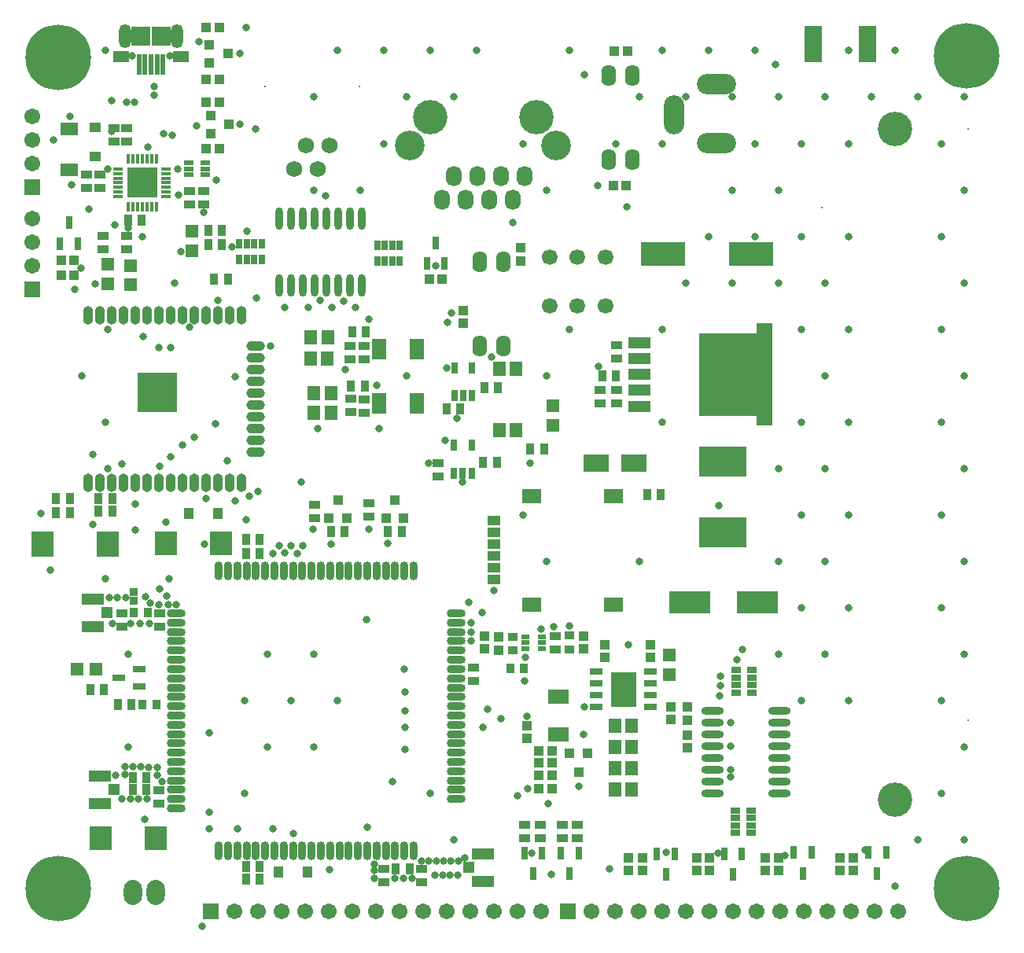
<source format=gts>
G04*
G04 #@! TF.GenerationSoftware,Altium Limited,Altium Designer,21.6.4 (81)*
G04*
G04 Layer_Color=8388736*
%FSLAX25Y25*%
%MOIN*%
G70*
G04*
G04 #@! TF.SameCoordinates,66C397C5-0B84-4E1A-9DB0-3B2DC1B0179D*
G04*
G04*
G04 #@! TF.FilePolarity,Negative*
G04*
G01*
G75*
%ADD70R,0.07493X0.05721*%
%ADD71R,0.04343X0.01800*%
%ADD72R,0.01800X0.04343*%
%ADD73R,0.04540X0.04343*%
%ADD74O,0.04300X0.07800*%
%ADD75O,0.07800X0.04300*%
%ADD76R,0.16550X0.16550*%
%ADD77R,0.03753X0.04737*%
%ADD78R,0.13005X0.13005*%
%ADD79R,0.02375X0.09068*%
%ADD80R,0.06706X0.04737*%
%ADD81R,0.08280X0.08280*%
%ADD82R,0.04737X0.03753*%
%ADD83R,0.04343X0.02375*%
%ADD84R,0.02572X0.04343*%
%ADD85O,0.09583X0.03170*%
%ADD86R,0.09491X0.10154*%
%ADD87R,0.04343X0.02572*%
%ADD88R,0.02965X0.04737*%
%ADD89O,0.07887X0.03556*%
%ADD90O,0.03556X0.07887*%
%ADD91R,0.03162X0.05328*%
%ADD92R,0.04343X0.03950*%
%ADD93R,0.03950X0.04343*%
%ADD94R,0.07480X0.15354*%
%ADD95R,0.03950X0.04343*%
%ADD96R,0.04343X0.03950*%
%ADD97R,0.09304X0.05013*%
%ADD98R,0.05524X0.05524*%
%ADD99R,0.17335X0.09461*%
%ADD100R,0.06312X0.08674*%
%ADD101R,0.05524X0.06312*%
%ADD102R,0.05524X0.05524*%
%ADD103R,0.09491X0.11005*%
%ADD104R,0.10642X0.14579*%
%ADD105R,0.05524X0.03162*%
%ADD106R,0.08674X0.06312*%
%ADD107O,0.06312X0.09068*%
%ADD108R,0.04343X0.04540*%
%ADD109R,0.09461X0.04934*%
%ADD110R,0.04934X0.04737*%
%ADD111R,0.03398X0.03241*%
%ADD112R,0.03556X0.04343*%
%ADD113R,0.04343X0.03556*%
%ADD114R,0.20485X0.12611*%
%ADD115R,0.10642X0.07493*%
%ADD116R,0.19107X0.09855*%
%ADD117O,0.03170X0.09583*%
%ADD118R,0.03556X0.02454*%
%ADD119R,0.07887X0.05918*%
%ADD120R,0.05524X0.04343*%
%ADD121R,0.05328X0.03162*%
%ADD122C,0.03162*%
%ADD123O,0.05131X0.10249*%
%ADD124R,0.00800X0.00800*%
%ADD125C,0.14580*%
%ADD126C,0.27800*%
%ADD127O,0.07690X0.10642*%
%ADD128C,0.06658*%
%ADD129R,0.06706X0.06706*%
%ADD130C,0.06706*%
%ADD131O,0.16548X0.08674*%
%ADD132O,0.08674X0.16548*%
%ADD133C,0.12611*%
%ADD134O,0.06706X0.08674*%
%ADD135C,0.06800*%
%ADD136C,0.00800*%
%ADD137R,0.06706X0.06706*%
G36*
X319992Y213846D02*
X313417D01*
Y217980D01*
X289008D01*
Y253020D01*
X313417D01*
Y257154D01*
X319992D01*
Y213846D01*
D02*
G37*
D70*
X22000Y339661D02*
D03*
Y322339D02*
D03*
D71*
X42898Y322709D02*
D03*
X63291D02*
D03*
Y320740D02*
D03*
Y318772D02*
D03*
Y316803D02*
D03*
Y314835D02*
D03*
Y312866D02*
D03*
Y310898D02*
D03*
X42898D02*
D03*
Y312866D02*
D03*
Y314835D02*
D03*
Y316803D02*
D03*
Y318772D02*
D03*
Y320740D02*
D03*
D72*
X47189Y327000D02*
D03*
X59000Y306606D02*
D03*
X57032D02*
D03*
X55063D02*
D03*
X53095D02*
D03*
X51126D02*
D03*
X49158D02*
D03*
X47189D02*
D03*
X49158Y327000D02*
D03*
X51126D02*
D03*
X53095D02*
D03*
X55063D02*
D03*
X57032D02*
D03*
X59000D02*
D03*
D73*
X33000Y340201D02*
D03*
Y327799D02*
D03*
D74*
X30100Y260600D02*
D03*
X35100D02*
D03*
X40100D02*
D03*
X45100D02*
D03*
X50100D02*
D03*
X55100D02*
D03*
X60100D02*
D03*
X65100D02*
D03*
X70100D02*
D03*
X75100D02*
D03*
X80100D02*
D03*
X85100D02*
D03*
X90100D02*
D03*
X95100D02*
D03*
Y189700D02*
D03*
X90100D02*
D03*
X85100D02*
D03*
X80100D02*
D03*
X75100D02*
D03*
X70100D02*
D03*
X65100D02*
D03*
X60100D02*
D03*
X55100D02*
D03*
X50100D02*
D03*
X45100D02*
D03*
X40100D02*
D03*
X35100D02*
D03*
X30100D02*
D03*
D75*
X101200Y247600D02*
D03*
Y242600D02*
D03*
Y237600D02*
D03*
Y232600D02*
D03*
Y227600D02*
D03*
Y222600D02*
D03*
Y217600D02*
D03*
Y212600D02*
D03*
Y207600D02*
D03*
Y202600D02*
D03*
D76*
X59500Y228000D02*
D03*
D77*
X47146Y301000D02*
D03*
X52854D02*
D03*
X203854Y230000D02*
D03*
X198146D02*
D03*
X133146Y169000D02*
D03*
X138854D02*
D03*
X102779Y159500D02*
D03*
X97071D02*
D03*
X217646Y204000D02*
D03*
X223354D02*
D03*
X141646Y230731D02*
D03*
X147354D02*
D03*
X81146Y290530D02*
D03*
X86854D02*
D03*
X42789Y95506D02*
D03*
X48498D02*
D03*
X22354Y183000D02*
D03*
X16646D02*
D03*
X22354Y177000D02*
D03*
X16646D02*
D03*
X40354Y183000D02*
D03*
X34646D02*
D03*
X163018Y169000D02*
D03*
X157310D02*
D03*
X142146Y253500D02*
D03*
X147854D02*
D03*
X187854Y221000D02*
D03*
X182146D02*
D03*
X197646Y198396D02*
D03*
X203354D02*
D03*
X54854Y64500D02*
D03*
X49146D02*
D03*
X49146Y59500D02*
D03*
X54854D02*
D03*
X160646Y26000D02*
D03*
X166354D02*
D03*
X248146Y235000D02*
D03*
X253854D02*
D03*
X267146Y184500D02*
D03*
X272854D02*
D03*
X34646Y177500D02*
D03*
X40354D02*
D03*
X31146Y102000D02*
D03*
X36854D02*
D03*
X97146Y21500D02*
D03*
X102854D02*
D03*
X97071Y165500D02*
D03*
X102779D02*
D03*
X97146Y27000D02*
D03*
X102854D02*
D03*
X83646Y276000D02*
D03*
X89354D02*
D03*
X81146Y296500D02*
D03*
X86854D02*
D03*
D78*
X53095Y316803D02*
D03*
D79*
X56831Y366992D02*
D03*
X59390D02*
D03*
X61949D02*
D03*
X54272D02*
D03*
X51713D02*
D03*
D80*
X69429Y370142D02*
D03*
X44232D02*
D03*
D81*
X61162Y379000D02*
D03*
X52500D02*
D03*
D82*
X46500Y334146D02*
D03*
Y339854D02*
D03*
X41000D02*
D03*
Y334146D02*
D03*
X79000Y307646D02*
D03*
Y313354D02*
D03*
X126000Y174500D02*
D03*
Y180209D02*
D03*
X155500Y25854D02*
D03*
Y20146D02*
D03*
X141500Y225354D02*
D03*
Y219646D02*
D03*
X147000Y225085D02*
D03*
Y219376D02*
D03*
X29500Y314646D02*
D03*
Y320354D02*
D03*
X35000Y314646D02*
D03*
Y320354D02*
D03*
X36500Y288500D02*
D03*
Y294209D02*
D03*
X46500Y288500D02*
D03*
Y294209D02*
D03*
X149251Y180854D02*
D03*
Y175146D02*
D03*
X141039Y247784D02*
D03*
Y242075D02*
D03*
X147000Y247784D02*
D03*
Y242075D02*
D03*
X178500Y197854D02*
D03*
Y192146D02*
D03*
X231013Y38902D02*
D03*
Y44610D02*
D03*
X221744Y38902D02*
D03*
Y44610D02*
D03*
X215244Y38902D02*
D03*
Y44610D02*
D03*
X171500Y20146D02*
D03*
Y25854D02*
D03*
X228000Y119039D02*
D03*
Y124748D02*
D03*
X254000Y223146D02*
D03*
Y228854D02*
D03*
X247000Y223146D02*
D03*
Y228854D02*
D03*
X254000Y242146D02*
D03*
Y247854D02*
D03*
X60000Y59354D02*
D03*
Y53646D02*
D03*
X44500Y134354D02*
D03*
Y128646D02*
D03*
X60500Y134354D02*
D03*
Y128646D02*
D03*
X193500Y111354D02*
D03*
Y105646D02*
D03*
X237454Y44610D02*
D03*
Y38902D02*
D03*
X73000Y313354D02*
D03*
Y307646D02*
D03*
D83*
X72707Y325309D02*
D03*
X79793D02*
D03*
Y322750D02*
D03*
Y320191D02*
D03*
X72707D02*
D03*
Y322750D02*
D03*
D84*
X159075Y290347D02*
D03*
X162224D02*
D03*
X152776D02*
D03*
X155925D02*
D03*
Y283653D02*
D03*
X152776D02*
D03*
X162224D02*
D03*
X159075D02*
D03*
X100575Y290846D02*
D03*
X103724D02*
D03*
X94276D02*
D03*
X97425D02*
D03*
Y284154D02*
D03*
X94276D02*
D03*
X103724D02*
D03*
X100575D02*
D03*
D85*
X294963Y93000D02*
D03*
Y88000D02*
D03*
Y83000D02*
D03*
Y78000D02*
D03*
Y73000D02*
D03*
Y68000D02*
D03*
Y63000D02*
D03*
Y58000D02*
D03*
X323037Y93000D02*
D03*
Y88000D02*
D03*
Y83000D02*
D03*
Y78000D02*
D03*
Y73000D02*
D03*
Y68000D02*
D03*
Y63000D02*
D03*
Y58000D02*
D03*
D86*
X35342Y39000D02*
D03*
X58658D02*
D03*
X63108Y164000D02*
D03*
X86425D02*
D03*
D87*
X311347Y103925D02*
D03*
Y100776D02*
D03*
Y110224D02*
D03*
Y107075D02*
D03*
X304654D02*
D03*
Y110224D02*
D03*
Y100776D02*
D03*
Y103925D02*
D03*
X311151Y44463D02*
D03*
Y41313D02*
D03*
Y50762D02*
D03*
Y47613D02*
D03*
X304458D02*
D03*
Y50762D02*
D03*
Y41313D02*
D03*
Y44463D02*
D03*
D88*
X185169Y193658D02*
D03*
X188909D02*
D03*
X192649D02*
D03*
Y205469D02*
D03*
X185169D02*
D03*
X185459Y238405D02*
D03*
X192939D02*
D03*
Y226594D02*
D03*
X189199D02*
D03*
X185459D02*
D03*
D89*
X67394Y51610D02*
D03*
Y134288D02*
D03*
X186291Y134287D02*
D03*
X67394Y55547D02*
D03*
Y59484D02*
D03*
Y63421D02*
D03*
Y67358D02*
D03*
Y71295D02*
D03*
Y75232D02*
D03*
Y79169D02*
D03*
Y83106D02*
D03*
Y87043D02*
D03*
Y90980D02*
D03*
Y94917D02*
D03*
Y98854D02*
D03*
Y102791D02*
D03*
Y106728D02*
D03*
Y110665D02*
D03*
Y114602D02*
D03*
Y118539D02*
D03*
Y122476D02*
D03*
Y126413D02*
D03*
Y130350D02*
D03*
X186291D02*
D03*
Y126413D02*
D03*
Y122476D02*
D03*
Y118539D02*
D03*
Y114602D02*
D03*
Y110665D02*
D03*
Y106728D02*
D03*
Y102791D02*
D03*
Y98854D02*
D03*
Y94917D02*
D03*
Y90980D02*
D03*
Y87043D02*
D03*
Y83106D02*
D03*
Y79169D02*
D03*
Y75232D02*
D03*
Y71295D02*
D03*
Y67358D02*
D03*
Y63421D02*
D03*
Y59484D02*
D03*
Y55547D02*
D03*
D90*
X168181Y152398D02*
D03*
X85504D02*
D03*
Y33500D02*
D03*
X168181D02*
D03*
X164244D02*
D03*
X160307D02*
D03*
X156370D02*
D03*
X152433D02*
D03*
X148496D02*
D03*
X144559D02*
D03*
X140622D02*
D03*
X136685D02*
D03*
X132748D02*
D03*
X128811D02*
D03*
X124874D02*
D03*
X120937D02*
D03*
X117000D02*
D03*
X113063D02*
D03*
X109126D02*
D03*
X105189D02*
D03*
X101252D02*
D03*
X97315D02*
D03*
X93378D02*
D03*
X89441D02*
D03*
Y152398D02*
D03*
X93378D02*
D03*
X97315D02*
D03*
X101252D02*
D03*
X105189D02*
D03*
X109126D02*
D03*
X113063D02*
D03*
X117000D02*
D03*
X120937D02*
D03*
X124874D02*
D03*
X128811D02*
D03*
X132748D02*
D03*
X136685D02*
D03*
X140622D02*
D03*
X144559D02*
D03*
X148496D02*
D03*
X152433D02*
D03*
X156370D02*
D03*
X160307D02*
D03*
X164244D02*
D03*
D91*
X237984Y32685D02*
D03*
X230504D02*
D03*
X234244Y23827D02*
D03*
X278740Y32429D02*
D03*
X271260D02*
D03*
X275000Y23571D02*
D03*
X177500Y291429D02*
D03*
X181240Y282571D02*
D03*
X173760D02*
D03*
X333000Y24071D02*
D03*
X329260Y32929D02*
D03*
X336740D02*
D03*
X364621Y24071D02*
D03*
X360881Y32929D02*
D03*
X368361D02*
D03*
X303500Y23571D02*
D03*
X299760Y32429D02*
D03*
X307240D02*
D03*
X22000Y299929D02*
D03*
X25740Y291071D02*
D03*
X18260D02*
D03*
X222484Y32685D02*
D03*
X215004D02*
D03*
X218744Y23827D02*
D03*
D92*
X204000Y124256D02*
D03*
Y118744D02*
D03*
X240000Y119244D02*
D03*
Y124756D02*
D03*
X198000Y124756D02*
D03*
Y119244D02*
D03*
X189000Y257244D02*
D03*
Y262756D02*
D03*
X216000Y86756D02*
D03*
Y81244D02*
D03*
X268500Y115500D02*
D03*
Y121012D02*
D03*
X277000Y89244D02*
D03*
Y94756D02*
D03*
X284000Y77244D02*
D03*
Y82756D02*
D03*
X249000Y121000D02*
D03*
Y115488D02*
D03*
X284000Y89000D02*
D03*
Y94512D02*
D03*
X213500Y283744D02*
D03*
Y289256D02*
D03*
X354504Y25244D02*
D03*
Y30756D02*
D03*
X348844Y25244D02*
D03*
Y30756D02*
D03*
X322869Y25244D02*
D03*
Y30756D02*
D03*
X317225Y25244D02*
D03*
Y30756D02*
D03*
X293500Y25244D02*
D03*
Y30756D02*
D03*
X288000Y25244D02*
D03*
Y30756D02*
D03*
X265000Y25244D02*
D03*
Y30756D02*
D03*
X259000Y25244D02*
D03*
Y30756D02*
D03*
D93*
X136000Y182437D02*
D03*
X139740Y174563D02*
D03*
X132260D02*
D03*
X156424D02*
D03*
X163904D02*
D03*
X160164Y182437D02*
D03*
X238000Y67063D02*
D03*
X234260Y74937D02*
D03*
X241740D02*
D03*
D94*
X337386Y375500D02*
D03*
X360614D02*
D03*
D95*
X80244Y351000D02*
D03*
X85756D02*
D03*
X80244Y331330D02*
D03*
X85756D02*
D03*
X85756Y382500D02*
D03*
X80244D02*
D03*
X80244Y360631D02*
D03*
X85756D02*
D03*
X226756Y60000D02*
D03*
X221244D02*
D03*
X221244Y65500D02*
D03*
X226756D02*
D03*
X221244Y76000D02*
D03*
X226756D02*
D03*
X221244Y71000D02*
D03*
X226756D02*
D03*
X24256Y277500D02*
D03*
X18744D02*
D03*
X24256Y284000D02*
D03*
X18744D02*
D03*
X258256Y315500D02*
D03*
X252744D02*
D03*
X258756Y372500D02*
D03*
X253244D02*
D03*
X180256Y276131D02*
D03*
X174744D02*
D03*
D96*
X81563Y375240D02*
D03*
Y367760D02*
D03*
X89437Y371500D02*
D03*
X89937Y341500D02*
D03*
X82063Y337760D02*
D03*
Y345240D02*
D03*
D97*
X263811Y248886D02*
D03*
Y242193D02*
D03*
Y235500D02*
D03*
Y228807D02*
D03*
Y222114D02*
D03*
D98*
X74000Y296134D02*
D03*
Y287866D02*
D03*
X227000Y213866D02*
D03*
Y222134D02*
D03*
X48000Y273500D02*
D03*
Y281768D02*
D03*
X38500Y273866D02*
D03*
Y282134D02*
D03*
X276500Y116634D02*
D03*
Y108366D02*
D03*
D99*
X313870Y139000D02*
D03*
X285130D02*
D03*
D100*
X153626Y223231D02*
D03*
X169375D02*
D03*
X153626Y246410D02*
D03*
X169375D02*
D03*
D101*
X133043Y219231D02*
D03*
X125957D02*
D03*
X133043Y227731D02*
D03*
X125957D02*
D03*
X131682Y251196D02*
D03*
X124595D02*
D03*
X131543Y242219D02*
D03*
X124457D02*
D03*
X204457Y238000D02*
D03*
X211543D02*
D03*
X204457Y212000D02*
D03*
X211543D02*
D03*
X253457Y59500D02*
D03*
X260543D02*
D03*
X253457Y68500D02*
D03*
X260543D02*
D03*
X253457Y77500D02*
D03*
X260543D02*
D03*
X253500Y86500D02*
D03*
X260587D02*
D03*
D102*
X25366Y110500D02*
D03*
X33634D02*
D03*
D103*
X38324Y163500D02*
D03*
X10676D02*
D03*
D104*
X257000Y102000D02*
D03*
D105*
X245550Y94500D02*
D03*
Y99500D02*
D03*
Y104500D02*
D03*
Y109500D02*
D03*
X268450D02*
D03*
Y104500D02*
D03*
Y99500D02*
D03*
Y94500D02*
D03*
D106*
X229500Y98875D02*
D03*
Y83126D02*
D03*
D107*
X206000Y283413D02*
D03*
X196000D02*
D03*
X206000Y247587D02*
D03*
X196000D02*
D03*
X250819Y326587D02*
D03*
X260819D02*
D03*
X250819Y362413D02*
D03*
X260819D02*
D03*
D108*
X110799Y24500D02*
D03*
X123201D02*
D03*
X85201Y176500D02*
D03*
X72799D02*
D03*
D109*
X35000Y65307D02*
D03*
Y53693D02*
D03*
X197500Y20693D02*
D03*
Y32307D02*
D03*
X32000Y128693D02*
D03*
Y140307D02*
D03*
D110*
X41004Y59500D02*
D03*
X191496Y26500D02*
D03*
X38004Y134500D02*
D03*
D111*
X49500Y143429D02*
D03*
Y139571D02*
D03*
D112*
X214953Y111000D02*
D03*
X209047D02*
D03*
X59000Y95500D02*
D03*
X53095D02*
D03*
X49547Y134500D02*
D03*
X55453D02*
D03*
D113*
X210000Y124453D02*
D03*
Y118547D02*
D03*
X234000Y118941D02*
D03*
Y124846D02*
D03*
D114*
X299059Y168736D02*
D03*
X299000Y198500D02*
D03*
D115*
X261374Y198000D02*
D03*
X245626D02*
D03*
D116*
X311201Y286500D02*
D03*
X273799D02*
D03*
D117*
X146000Y301537D02*
D03*
X141000D02*
D03*
X136000D02*
D03*
X131000D02*
D03*
X126000D02*
D03*
X121000D02*
D03*
X116000D02*
D03*
X111000D02*
D03*
X146000Y273463D02*
D03*
X141000D02*
D03*
X136000D02*
D03*
X131000D02*
D03*
X126000D02*
D03*
X121000D02*
D03*
X116000D02*
D03*
X111000D02*
D03*
D118*
X215378Y124452D02*
D03*
X222621Y124452D02*
D03*
X222621Y121894D02*
D03*
X222621Y119334D02*
D03*
X215378Y119334D02*
D03*
X215378Y121893D02*
D03*
D119*
X218252Y184043D02*
D03*
X252898D02*
D03*
Y137957D02*
D03*
X218252D02*
D03*
D120*
X202102Y173506D02*
D03*
Y168506D02*
D03*
Y163506D02*
D03*
Y158506D02*
D03*
Y153506D02*
D03*
Y148506D02*
D03*
D121*
X51929Y103260D02*
D03*
Y110740D02*
D03*
X43071Y107000D02*
D03*
D122*
X48957Y370732D02*
D03*
X64705D02*
D03*
X65937Y336982D02*
D03*
X62000Y337500D02*
D03*
X58000Y354000D02*
D03*
X58201Y357701D02*
D03*
X49789Y351000D02*
D03*
X46639D02*
D03*
X40000Y351500D02*
D03*
X38500Y322500D02*
D03*
X60000Y138000D02*
D03*
X199500Y93500D02*
D03*
X197500Y86000D02*
D03*
X205000Y89500D02*
D03*
X40000Y338500D02*
D03*
X128500Y267000D02*
D03*
X138500Y266500D02*
D03*
X130818Y311375D02*
D03*
X97410Y296256D02*
D03*
X297957Y99295D02*
D03*
X298000Y103500D02*
D03*
Y107500D02*
D03*
X305017Y114673D02*
D03*
X401528Y353146D02*
D03*
X391685Y333461D02*
D03*
X401528Y313776D02*
D03*
X391685Y294091D02*
D03*
X401528Y274406D02*
D03*
X391685Y254720D02*
D03*
X401528Y235035D02*
D03*
X391685Y215350D02*
D03*
X401528Y195665D02*
D03*
X391685Y175980D02*
D03*
X401528Y156295D02*
D03*
X391685Y136610D02*
D03*
X401528Y116925D02*
D03*
X391685Y97240D02*
D03*
X401528Y77555D02*
D03*
X391685Y57870D02*
D03*
X401528Y38185D02*
D03*
X372000Y372831D02*
D03*
X381842Y353146D02*
D03*
Y38185D02*
D03*
X372000Y18500D02*
D03*
X352315Y372831D02*
D03*
X362158Y353146D02*
D03*
X352315Y333461D02*
D03*
Y294091D02*
D03*
Y254720D02*
D03*
Y215350D02*
D03*
Y175980D02*
D03*
Y136610D02*
D03*
Y97240D02*
D03*
X342472Y353146D02*
D03*
X332630Y333461D02*
D03*
Y294091D02*
D03*
X342472Y274406D02*
D03*
X332630Y254720D02*
D03*
X342472Y235035D02*
D03*
X332630Y215350D02*
D03*
X342472Y195665D02*
D03*
X332630Y175980D02*
D03*
X342472Y156295D02*
D03*
X332630Y136610D02*
D03*
X342472Y116925D02*
D03*
X332630Y97240D02*
D03*
X312945Y372831D02*
D03*
X322787Y353146D02*
D03*
X312945Y333461D02*
D03*
X322787Y313776D02*
D03*
X312945Y294091D02*
D03*
X322787Y274406D02*
D03*
Y195665D02*
D03*
Y156295D02*
D03*
Y116925D02*
D03*
X293260Y372831D02*
D03*
X303102Y353146D02*
D03*
Y313776D02*
D03*
X293260Y294091D02*
D03*
X303102Y274406D02*
D03*
X273575Y372831D02*
D03*
X283417Y353146D02*
D03*
X273575Y333461D02*
D03*
X283417Y274406D02*
D03*
X273575Y254720D02*
D03*
Y215350D02*
D03*
X263732Y353146D02*
D03*
X253890Y333461D02*
D03*
X263732Y156295D02*
D03*
X234205Y372831D02*
D03*
Y254720D02*
D03*
X214520Y333461D02*
D03*
X224362Y313776D02*
D03*
Y235035D02*
D03*
X214520Y175980D02*
D03*
X224362Y156295D02*
D03*
X194835Y372831D02*
D03*
X175150D02*
D03*
X184992Y353146D02*
D03*
X175150Y57870D02*
D03*
X184992Y38185D02*
D03*
X155465Y372831D02*
D03*
X165307Y353146D02*
D03*
X155465Y333461D02*
D03*
X165307Y235035D02*
D03*
X135780Y372831D02*
D03*
X145622Y313776D02*
D03*
X135780Y97240D02*
D03*
X125937Y353146D02*
D03*
Y313776D02*
D03*
Y116925D02*
D03*
X116095Y97240D02*
D03*
X125937Y77555D02*
D03*
X106252Y116925D02*
D03*
X96409Y97240D02*
D03*
X106252Y77555D02*
D03*
X96409Y57870D02*
D03*
X66882Y274406D02*
D03*
X37354Y372831D02*
D03*
Y215350D02*
D03*
X47197Y116925D02*
D03*
Y77555D02*
D03*
X27512Y235035D02*
D03*
X164500Y76500D02*
D03*
Y86000D02*
D03*
Y93000D02*
D03*
Y101000D02*
D03*
X78500Y1500D02*
D03*
X14000Y152500D02*
D03*
X63000Y173000D02*
D03*
X81500Y83500D02*
D03*
X54000Y47000D02*
D03*
X24500Y271500D02*
D03*
X27130Y280750D02*
D03*
X23000Y316000D02*
D03*
X47146Y297654D02*
D03*
X32256Y201756D02*
D03*
X38500Y195500D02*
D03*
X44500Y197500D02*
D03*
X10000Y176500D02*
D03*
X37500Y149000D02*
D03*
X46000Y141000D02*
D03*
X42500D02*
D03*
X39000D02*
D03*
X40500Y130000D02*
D03*
X48000D02*
D03*
X56000D02*
D03*
X52000D02*
D03*
X54380Y141215D02*
D03*
X67500Y138000D02*
D03*
X64000D02*
D03*
X56500Y138500D02*
D03*
X55958Y69083D02*
D03*
X59368Y69106D02*
D03*
X59463Y65741D02*
D03*
X49129Y69194D02*
D03*
X41888Y65682D02*
D03*
X45704Y69194D02*
D03*
X45662Y65874D02*
D03*
X44500Y55500D02*
D03*
X48000D02*
D03*
X51500D02*
D03*
X52638Y69137D02*
D03*
X55000Y55500D02*
D03*
X61463Y63075D02*
D03*
X151500Y28000D02*
D03*
Y22000D02*
D03*
X163802Y21937D02*
D03*
X160000Y22000D02*
D03*
X167500D02*
D03*
X151524Y25270D02*
D03*
X189977Y30476D02*
D03*
X187103Y29188D02*
D03*
X183953D02*
D03*
X180804D02*
D03*
X177654D02*
D03*
X174505D02*
D03*
X171359Y29338D02*
D03*
X177221Y23167D02*
D03*
X180371D02*
D03*
X183521D02*
D03*
X186670D02*
D03*
X132500Y25500D02*
D03*
X226500Y23500D02*
D03*
X225000Y53500D02*
D03*
X197000Y134500D02*
D03*
X177500Y281500D02*
D03*
X101500Y268000D02*
D03*
X92500Y234500D02*
D03*
X89000Y199000D02*
D03*
X127500Y212500D02*
D03*
X186500Y217000D02*
D03*
X188909Y190091D02*
D03*
X174646Y197854D02*
D03*
X201000Y243000D02*
D03*
X275000Y33000D02*
D03*
X297000Y32500D02*
D03*
X325500Y31500D02*
D03*
X359500Y34000D02*
D03*
X251000Y26000D02*
D03*
X41500Y299000D02*
D03*
X33000Y274000D02*
D03*
X93500Y43000D02*
D03*
X81516Y43016D02*
D03*
X32000Y172000D02*
D03*
X75000Y209000D02*
D03*
X120500Y190000D02*
D03*
X184000Y261535D02*
D03*
X182500Y257500D02*
D03*
X157000Y164000D02*
D03*
X125500Y170000D02*
D03*
X153500Y212711D02*
D03*
X181500Y207500D02*
D03*
X164000Y110500D02*
D03*
X159000Y63000D02*
D03*
X148000Y131500D02*
D03*
X69500Y287500D02*
D03*
X79000Y304252D02*
D03*
X73225Y255602D02*
D03*
X222000Y127500D02*
D03*
X228000Y119039D02*
D03*
X215000Y105500D02*
D03*
X191500Y139000D02*
D03*
X215500Y115500D02*
D03*
X55594Y332000D02*
D03*
X216000Y90500D02*
D03*
X218000Y32500D02*
D03*
X133000Y163500D02*
D03*
X212000Y57000D02*
D03*
X81500Y50000D02*
D03*
X148500Y43500D02*
D03*
X79500Y163500D02*
D03*
X64500Y149000D02*
D03*
X65000Y200500D02*
D03*
X84000Y214500D02*
D03*
X139000Y237500D02*
D03*
X152500Y231000D02*
D03*
X210000Y300000D02*
D03*
X246000Y315500D02*
D03*
X97000Y382500D02*
D03*
X101000Y339500D02*
D03*
X94441Y341560D02*
D03*
X91000Y289500D02*
D03*
X53000Y294000D02*
D03*
X60500Y144500D02*
D03*
X63500Y141500D02*
D03*
X60500Y196500D02*
D03*
X307500Y119000D02*
D03*
X108500Y43000D02*
D03*
X117059Y41059D02*
D03*
X149000Y170000D02*
D03*
X217500Y198000D02*
D03*
X240500Y94500D02*
D03*
X297500Y180000D02*
D03*
X246500Y239000D02*
D03*
X121295Y163000D02*
D03*
X118736Y159500D02*
D03*
X116177Y163000D02*
D03*
X111059D02*
D03*
X113618Y160000D02*
D03*
X92500Y181846D02*
D03*
X108500Y159500D02*
D03*
X97000Y174000D02*
D03*
X102000Y186000D02*
D03*
X98500Y183815D02*
D03*
X258500Y306500D02*
D03*
X107500Y247500D02*
D03*
X50000Y169500D02*
D03*
Y180500D02*
D03*
X216500Y60000D02*
D03*
X60000Y247000D02*
D03*
X53500Y251500D02*
D03*
X65000Y247000D02*
D03*
X38500Y254500D02*
D03*
X113500Y264000D02*
D03*
X123500D02*
D03*
X133500D02*
D03*
X143500D02*
D03*
X85000Y267000D02*
D03*
X149000Y259000D02*
D03*
X321500Y367000D02*
D03*
X84500Y318000D02*
D03*
X80000Y183000D02*
D03*
X234000Y129000D02*
D03*
X76000Y341000D02*
D03*
X77000Y376500D02*
D03*
X94500Y371500D02*
D03*
X30500Y305500D02*
D03*
X15500Y335000D02*
D03*
X22500Y345000D02*
D03*
X70000Y205500D02*
D03*
X68250Y322750D02*
D03*
X68498Y311491D02*
D03*
X182095Y238405D02*
D03*
X240500Y362500D02*
D03*
X202102Y144103D02*
D03*
X192476Y122476D02*
D03*
X227500Y128500D02*
D03*
X192566Y130350D02*
D03*
X192587Y126413D02*
D03*
X259000Y121000D02*
D03*
X240000Y83000D02*
D03*
X302500Y64937D02*
D03*
Y68087D02*
D03*
Y78000D02*
D03*
X238000Y61000D02*
D03*
X302500Y88000D02*
D03*
D123*
X45709Y378999D02*
D03*
X67953D02*
D03*
D124*
X402984Y88839D02*
D03*
Y339665D02*
D03*
X341016Y306161D02*
D03*
D125*
X372000Y55335D02*
D03*
Y339665D02*
D03*
X220000Y344657D02*
D03*
X175000D02*
D03*
D126*
X402500Y370500D02*
D03*
X17500Y370000D02*
D03*
Y17500D02*
D03*
X402500D02*
D03*
D127*
X49079Y16000D02*
D03*
X58921D02*
D03*
D128*
X225726Y285362D02*
D03*
X237545Y285339D02*
D03*
X249340Y285343D02*
D03*
Y264480D02*
D03*
X237565Y264500D02*
D03*
X225726D02*
D03*
D129*
X6500Y315000D02*
D03*
Y271500D02*
D03*
D130*
Y325000D02*
D03*
Y335000D02*
D03*
Y345000D02*
D03*
Y281500D02*
D03*
Y291500D02*
D03*
Y301500D02*
D03*
X243500Y8000D02*
D03*
X253500D02*
D03*
X263500D02*
D03*
X273500D02*
D03*
X283500D02*
D03*
X293500D02*
D03*
X303500D02*
D03*
X313500D02*
D03*
X323500D02*
D03*
X333500D02*
D03*
X343500D02*
D03*
X353500D02*
D03*
X363500D02*
D03*
X373500D02*
D03*
X222000D02*
D03*
X212000D02*
D03*
X202000D02*
D03*
X192000D02*
D03*
X182000D02*
D03*
X172000D02*
D03*
X162000D02*
D03*
X152000D02*
D03*
X142000D02*
D03*
X132000D02*
D03*
X122000D02*
D03*
X112000D02*
D03*
X102000D02*
D03*
X92000D02*
D03*
D131*
X296500Y358500D02*
D03*
Y333500D02*
D03*
D132*
X278500Y345500D02*
D03*
D133*
X228425Y332650D02*
D03*
X166614D02*
D03*
D134*
X185000Y319657D02*
D03*
X195000D02*
D03*
X205000D02*
D03*
X215000D02*
D03*
X180000Y309658D02*
D03*
X190000D02*
D03*
X200000D02*
D03*
X210000D02*
D03*
D135*
X132500Y332500D02*
D03*
X122500D02*
D03*
X127500Y322500D02*
D03*
X117500D02*
D03*
D136*
X145000Y357500D02*
D03*
X105000D02*
D03*
D137*
X233500Y8000D02*
D03*
X82000D02*
D03*
M02*

</source>
